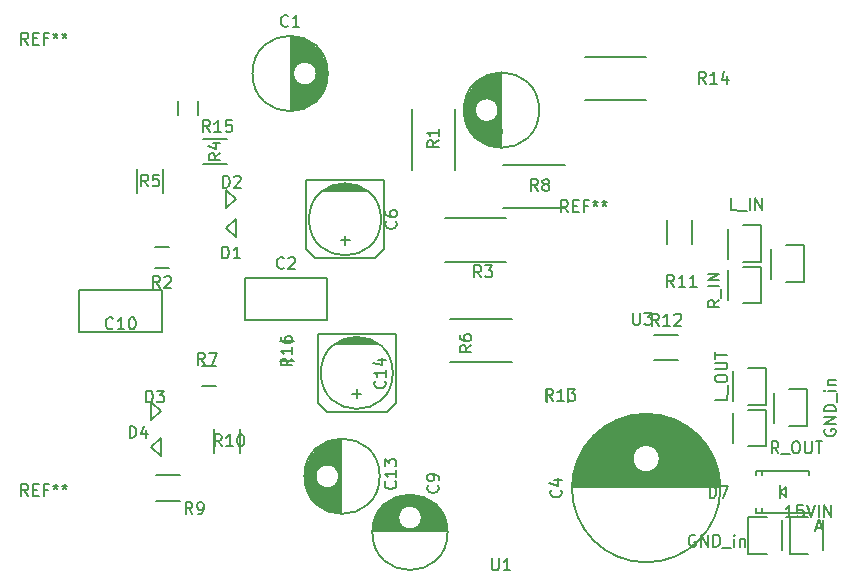
<source format=gto>
G04 #@! TF.FileFunction,Legend,Top*
%FSLAX46Y46*%
G04 Gerber Fmt 4.6, Leading zero omitted, Abs format (unit mm)*
G04 Created by KiCad (PCBNEW (2015-04-22 BZR 5620)-product) date 07/05/2015 20:47:48*
%MOMM*%
G01*
G04 APERTURE LIST*
%ADD10C,0.100000*%
%ADD11C,0.150000*%
G04 APERTURE END LIST*
D10*
D11*
X140250000Y-112425000D02*
X152750000Y-112425000D01*
X140254000Y-112285000D02*
X152746000Y-112285000D01*
X140260000Y-112145000D02*
X152740000Y-112145000D01*
X140270000Y-112005000D02*
X152730000Y-112005000D01*
X140282000Y-111865000D02*
X152718000Y-111865000D01*
X140298000Y-111725000D02*
X152702000Y-111725000D01*
X140317000Y-111585000D02*
X152683000Y-111585000D01*
X140340000Y-111445000D02*
X152660000Y-111445000D01*
X140365000Y-111305000D02*
X152635000Y-111305000D01*
X140394000Y-111165000D02*
X152606000Y-111165000D01*
X140427000Y-111025000D02*
X145979000Y-111025000D01*
X147021000Y-111025000D02*
X152573000Y-111025000D01*
X140462000Y-110885000D02*
X145766000Y-110885000D01*
X147234000Y-110885000D02*
X152538000Y-110885000D01*
X140501000Y-110745000D02*
X145624000Y-110745000D01*
X147376000Y-110745000D02*
X152499000Y-110745000D01*
X140544000Y-110605000D02*
X145522000Y-110605000D01*
X147478000Y-110605000D02*
X152456000Y-110605000D01*
X140591000Y-110465000D02*
X145448000Y-110465000D01*
X147552000Y-110465000D02*
X152409000Y-110465000D01*
X140641000Y-110325000D02*
X145397000Y-110325000D01*
X147603000Y-110325000D02*
X152359000Y-110325000D01*
X140695000Y-110185000D02*
X145365000Y-110185000D01*
X147635000Y-110185000D02*
X152305000Y-110185000D01*
X140752000Y-110045000D02*
X145351000Y-110045000D01*
X147649000Y-110045000D02*
X152248000Y-110045000D01*
X140814000Y-109905000D02*
X145354000Y-109905000D01*
X147646000Y-109905000D02*
X152186000Y-109905000D01*
X140880000Y-109765000D02*
X145374000Y-109765000D01*
X147626000Y-109765000D02*
X152120000Y-109765000D01*
X140951000Y-109625000D02*
X145413000Y-109625000D01*
X147587000Y-109625000D02*
X152049000Y-109625000D01*
X141025000Y-109485000D02*
X145472000Y-109485000D01*
X147528000Y-109485000D02*
X151975000Y-109485000D01*
X141105000Y-109345000D02*
X145555000Y-109345000D01*
X147445000Y-109345000D02*
X151895000Y-109345000D01*
X141189000Y-109205000D02*
X145669000Y-109205000D01*
X147331000Y-109205000D02*
X151811000Y-109205000D01*
X141279000Y-109065000D02*
X145830000Y-109065000D01*
X147170000Y-109065000D02*
X151721000Y-109065000D01*
X141373000Y-108925000D02*
X146091000Y-108925000D01*
X146909000Y-108925000D02*
X151627000Y-108925000D01*
X141474000Y-108785000D02*
X151526000Y-108785000D01*
X141581000Y-108645000D02*
X151419000Y-108645000D01*
X141693000Y-108505000D02*
X151307000Y-108505000D01*
X141813000Y-108365000D02*
X151187000Y-108365000D01*
X141941000Y-108225000D02*
X151059000Y-108225000D01*
X142076000Y-108085000D02*
X150924000Y-108085000D01*
X142220000Y-107945000D02*
X150780000Y-107945000D01*
X142375000Y-107805000D02*
X150625000Y-107805000D01*
X142540000Y-107665000D02*
X150460000Y-107665000D01*
X142717000Y-107525000D02*
X150283000Y-107525000D01*
X142908000Y-107385000D02*
X150092000Y-107385000D01*
X143117000Y-107245000D02*
X149883000Y-107245000D01*
X143345000Y-107105000D02*
X149655000Y-107105000D01*
X143597000Y-106965000D02*
X149403000Y-106965000D01*
X143881000Y-106825000D02*
X149119000Y-106825000D01*
X144209000Y-106685000D02*
X148791000Y-106685000D01*
X144603000Y-106545000D02*
X148397000Y-106545000D01*
X145117000Y-106405000D02*
X147883000Y-106405000D01*
X146067000Y-106265000D02*
X146933000Y-106265000D01*
X147650000Y-110000000D02*
G75*
G03X147650000Y-110000000I-1150000J0D01*
G01*
X152787500Y-112500000D02*
G75*
G03X152787500Y-112500000I-6287500J0D01*
G01*
X156650000Y-105450000D02*
X155100000Y-105450000D01*
X155100000Y-102350000D02*
X156650000Y-102350000D01*
X156650000Y-102350000D02*
X156650000Y-105450000D01*
X153830000Y-102630000D02*
X153830000Y-105170000D01*
X129450000Y-89675000D02*
X134650000Y-89675000D01*
X134650000Y-93325000D02*
X129450000Y-93325000D01*
X126675000Y-85600000D02*
X126675000Y-80400000D01*
X130325000Y-80400000D02*
X130325000Y-85600000D01*
X134400000Y-85175000D02*
X139600000Y-85175000D01*
X139600000Y-88825000D02*
X134400000Y-88825000D01*
X156650000Y-108950000D02*
X155100000Y-108950000D01*
X155100000Y-105850000D02*
X156650000Y-105850000D01*
X156650000Y-105850000D02*
X156650000Y-108950000D01*
X153830000Y-106130000D02*
X153830000Y-108670000D01*
X155150000Y-114950000D02*
X156700000Y-114950000D01*
X156700000Y-118050000D02*
X155150000Y-118050000D01*
X155150000Y-118050000D02*
X155150000Y-114950000D01*
X157970000Y-117770000D02*
X157970000Y-115230000D01*
X160150000Y-107250000D02*
X158600000Y-107250000D01*
X158600000Y-104150000D02*
X160150000Y-104150000D01*
X160150000Y-104150000D02*
X160150000Y-107250000D01*
X157330000Y-104430000D02*
X157330000Y-106970000D01*
X159850000Y-95050000D02*
X158300000Y-95050000D01*
X158300000Y-91950000D02*
X159850000Y-91950000D01*
X159850000Y-91950000D02*
X159850000Y-95050000D01*
X157030000Y-92230000D02*
X157030000Y-94770000D01*
X158670000Y-114940000D02*
X160220000Y-114940000D01*
X160220000Y-118040000D02*
X158670000Y-118040000D01*
X158670000Y-118040000D02*
X158670000Y-114940000D01*
X161490000Y-117760000D02*
X161490000Y-115220000D01*
X156250000Y-96850000D02*
X154700000Y-96850000D01*
X154700000Y-93750000D02*
X156250000Y-93750000D01*
X156250000Y-93750000D02*
X156250000Y-96850000D01*
X153430000Y-94030000D02*
X153430000Y-96570000D01*
X156250000Y-93350000D02*
X154700000Y-93350000D01*
X154700000Y-90250000D02*
X156250000Y-90250000D01*
X156250000Y-90250000D02*
X156250000Y-93350000D01*
X153430000Y-90530000D02*
X153430000Y-93070000D01*
X129900000Y-98175000D02*
X135100000Y-98175000D01*
X135100000Y-101825000D02*
X129900000Y-101825000D01*
X123351000Y-116175000D02*
X129649000Y-116175000D01*
X123357000Y-116035000D02*
X129643000Y-116035000D01*
X123370000Y-115895000D02*
X126054000Y-115895000D01*
X126946000Y-115895000D02*
X129630000Y-115895000D01*
X123389000Y-115755000D02*
X125844000Y-115755000D01*
X127156000Y-115755000D02*
X129611000Y-115755000D01*
X123415000Y-115615000D02*
X125711000Y-115615000D01*
X127289000Y-115615000D02*
X129585000Y-115615000D01*
X123447000Y-115475000D02*
X125620000Y-115475000D01*
X127380000Y-115475000D02*
X129553000Y-115475000D01*
X123486000Y-115335000D02*
X125558000Y-115335000D01*
X127442000Y-115335000D02*
X129514000Y-115335000D01*
X123532000Y-115195000D02*
X125519000Y-115195000D01*
X127481000Y-115195000D02*
X129468000Y-115195000D01*
X123585000Y-115055000D02*
X125502000Y-115055000D01*
X127498000Y-115055000D02*
X129415000Y-115055000D01*
X123647000Y-114915000D02*
X125504000Y-114915000D01*
X127496000Y-114915000D02*
X129353000Y-114915000D01*
X123717000Y-114775000D02*
X125526000Y-114775000D01*
X127474000Y-114775000D02*
X129283000Y-114775000D01*
X123796000Y-114635000D02*
X125569000Y-114635000D01*
X127431000Y-114635000D02*
X129204000Y-114635000D01*
X123884000Y-114495000D02*
X125637000Y-114495000D01*
X127363000Y-114495000D02*
X129116000Y-114495000D01*
X123984000Y-114355000D02*
X125736000Y-114355000D01*
X127264000Y-114355000D02*
X129016000Y-114355000D01*
X124096000Y-114215000D02*
X125881000Y-114215000D01*
X127119000Y-114215000D02*
X128904000Y-114215000D01*
X124221000Y-114075000D02*
X126120000Y-114075000D01*
X126880000Y-114075000D02*
X128779000Y-114075000D01*
X124364000Y-113935000D02*
X128636000Y-113935000D01*
X124526000Y-113795000D02*
X128474000Y-113795000D01*
X124714000Y-113655000D02*
X128286000Y-113655000D01*
X124937000Y-113515000D02*
X128063000Y-113515000D01*
X125213000Y-113375000D02*
X127787000Y-113375000D01*
X125588000Y-113235000D02*
X127412000Y-113235000D01*
X127500000Y-115000000D02*
G75*
G03X127500000Y-115000000I-1000000J0D01*
G01*
X129687500Y-116250000D02*
G75*
G03X129687500Y-116250000I-3187500J0D01*
G01*
X105000000Y-111425000D02*
X107000000Y-111425000D01*
X107000000Y-113575000D02*
X105000000Y-113575000D01*
X112075000Y-107500000D02*
X112075000Y-109500000D01*
X109925000Y-109500000D02*
X109925000Y-107500000D01*
X112500000Y-94750000D02*
X119500000Y-94750000D01*
X119500000Y-94750000D02*
X119500000Y-98250000D01*
X119500000Y-98250000D02*
X112500000Y-98250000D01*
X112500000Y-98250000D02*
X112500000Y-94750000D01*
X104900000Y-92125000D02*
X106100000Y-92125000D01*
X106100000Y-93875000D02*
X104900000Y-93875000D01*
X105500000Y-99250000D02*
X98500000Y-99250000D01*
X98500000Y-99250000D02*
X98500000Y-95750000D01*
X98500000Y-95750000D02*
X105500000Y-95750000D01*
X105500000Y-95750000D02*
X105500000Y-99250000D01*
X110100000Y-103875000D02*
X108900000Y-103875000D01*
X108900000Y-102125000D02*
X110100000Y-102125000D01*
X103425000Y-87500000D02*
X103425000Y-85500000D01*
X105575000Y-85500000D02*
X105575000Y-87500000D01*
X116425000Y-74251000D02*
X116425000Y-80549000D01*
X116565000Y-74257000D02*
X116565000Y-80543000D01*
X116705000Y-74270000D02*
X116705000Y-76954000D01*
X116705000Y-77846000D02*
X116705000Y-80530000D01*
X116845000Y-74289000D02*
X116845000Y-76744000D01*
X116845000Y-78056000D02*
X116845000Y-80511000D01*
X116985000Y-74315000D02*
X116985000Y-76611000D01*
X116985000Y-78189000D02*
X116985000Y-80485000D01*
X117125000Y-74347000D02*
X117125000Y-76520000D01*
X117125000Y-78280000D02*
X117125000Y-80453000D01*
X117265000Y-74386000D02*
X117265000Y-76458000D01*
X117265000Y-78342000D02*
X117265000Y-80414000D01*
X117405000Y-74432000D02*
X117405000Y-76419000D01*
X117405000Y-78381000D02*
X117405000Y-80368000D01*
X117545000Y-74485000D02*
X117545000Y-76402000D01*
X117545000Y-78398000D02*
X117545000Y-80315000D01*
X117685000Y-74547000D02*
X117685000Y-76404000D01*
X117685000Y-78396000D02*
X117685000Y-80253000D01*
X117825000Y-74617000D02*
X117825000Y-76426000D01*
X117825000Y-78374000D02*
X117825000Y-80183000D01*
X117965000Y-74696000D02*
X117965000Y-76469000D01*
X117965000Y-78331000D02*
X117965000Y-80104000D01*
X118105000Y-74784000D02*
X118105000Y-76537000D01*
X118105000Y-78263000D02*
X118105000Y-80016000D01*
X118245000Y-74884000D02*
X118245000Y-76636000D01*
X118245000Y-78164000D02*
X118245000Y-79916000D01*
X118385000Y-74996000D02*
X118385000Y-76781000D01*
X118385000Y-78019000D02*
X118385000Y-79804000D01*
X118525000Y-75121000D02*
X118525000Y-77020000D01*
X118525000Y-77780000D02*
X118525000Y-79679000D01*
X118665000Y-75264000D02*
X118665000Y-79536000D01*
X118805000Y-75426000D02*
X118805000Y-79374000D01*
X118945000Y-75614000D02*
X118945000Y-79186000D01*
X119085000Y-75837000D02*
X119085000Y-78963000D01*
X119225000Y-76113000D02*
X119225000Y-78687000D01*
X119365000Y-76488000D02*
X119365000Y-78312000D01*
X118600000Y-77400000D02*
G75*
G03X118600000Y-77400000I-1000000J0D01*
G01*
X119537500Y-77400000D02*
G75*
G03X119537500Y-77400000I-3187500J0D01*
G01*
X111000000Y-85075000D02*
X109000000Y-85075000D01*
X109000000Y-82925000D02*
X111000000Y-82925000D01*
X134175000Y-83649000D02*
X134175000Y-77351000D01*
X134035000Y-83643000D02*
X134035000Y-77357000D01*
X133895000Y-83630000D02*
X133895000Y-80946000D01*
X133895000Y-80054000D02*
X133895000Y-77370000D01*
X133755000Y-83611000D02*
X133755000Y-81156000D01*
X133755000Y-79844000D02*
X133755000Y-77389000D01*
X133615000Y-83585000D02*
X133615000Y-81289000D01*
X133615000Y-79711000D02*
X133615000Y-77415000D01*
X133475000Y-83553000D02*
X133475000Y-81380000D01*
X133475000Y-79620000D02*
X133475000Y-77447000D01*
X133335000Y-83514000D02*
X133335000Y-81442000D01*
X133335000Y-79558000D02*
X133335000Y-77486000D01*
X133195000Y-83468000D02*
X133195000Y-81481000D01*
X133195000Y-79519000D02*
X133195000Y-77532000D01*
X133055000Y-83415000D02*
X133055000Y-81498000D01*
X133055000Y-79502000D02*
X133055000Y-77585000D01*
X132915000Y-83353000D02*
X132915000Y-81496000D01*
X132915000Y-79504000D02*
X132915000Y-77647000D01*
X132775000Y-83283000D02*
X132775000Y-81474000D01*
X132775000Y-79526000D02*
X132775000Y-77717000D01*
X132635000Y-83204000D02*
X132635000Y-81431000D01*
X132635000Y-79569000D02*
X132635000Y-77796000D01*
X132495000Y-83116000D02*
X132495000Y-81363000D01*
X132495000Y-79637000D02*
X132495000Y-77884000D01*
X132355000Y-83016000D02*
X132355000Y-81264000D01*
X132355000Y-79736000D02*
X132355000Y-77984000D01*
X132215000Y-82904000D02*
X132215000Y-81119000D01*
X132215000Y-79881000D02*
X132215000Y-78096000D01*
X132075000Y-82779000D02*
X132075000Y-80880000D01*
X132075000Y-80120000D02*
X132075000Y-78221000D01*
X131935000Y-82636000D02*
X131935000Y-78364000D01*
X131795000Y-82474000D02*
X131795000Y-78526000D01*
X131655000Y-82286000D02*
X131655000Y-78714000D01*
X131515000Y-82063000D02*
X131515000Y-78937000D01*
X131375000Y-81787000D02*
X131375000Y-79213000D01*
X131235000Y-81412000D02*
X131235000Y-79588000D01*
X134000000Y-80500000D02*
G75*
G03X134000000Y-80500000I-1000000J0D01*
G01*
X137437500Y-80500000D02*
G75*
G03X137437500Y-80500000I-3187500J0D01*
G01*
X120675000Y-114649000D02*
X120675000Y-108351000D01*
X120535000Y-114643000D02*
X120535000Y-108357000D01*
X120395000Y-114630000D02*
X120395000Y-111946000D01*
X120395000Y-111054000D02*
X120395000Y-108370000D01*
X120255000Y-114611000D02*
X120255000Y-112156000D01*
X120255000Y-110844000D02*
X120255000Y-108389000D01*
X120115000Y-114585000D02*
X120115000Y-112289000D01*
X120115000Y-110711000D02*
X120115000Y-108415000D01*
X119975000Y-114553000D02*
X119975000Y-112380000D01*
X119975000Y-110620000D02*
X119975000Y-108447000D01*
X119835000Y-114514000D02*
X119835000Y-112442000D01*
X119835000Y-110558000D02*
X119835000Y-108486000D01*
X119695000Y-114468000D02*
X119695000Y-112481000D01*
X119695000Y-110519000D02*
X119695000Y-108532000D01*
X119555000Y-114415000D02*
X119555000Y-112498000D01*
X119555000Y-110502000D02*
X119555000Y-108585000D01*
X119415000Y-114353000D02*
X119415000Y-112496000D01*
X119415000Y-110504000D02*
X119415000Y-108647000D01*
X119275000Y-114283000D02*
X119275000Y-112474000D01*
X119275000Y-110526000D02*
X119275000Y-108717000D01*
X119135000Y-114204000D02*
X119135000Y-112431000D01*
X119135000Y-110569000D02*
X119135000Y-108796000D01*
X118995000Y-114116000D02*
X118995000Y-112363000D01*
X118995000Y-110637000D02*
X118995000Y-108884000D01*
X118855000Y-114016000D02*
X118855000Y-112264000D01*
X118855000Y-110736000D02*
X118855000Y-108984000D01*
X118715000Y-113904000D02*
X118715000Y-112119000D01*
X118715000Y-110881000D02*
X118715000Y-109096000D01*
X118575000Y-113779000D02*
X118575000Y-111880000D01*
X118575000Y-111120000D02*
X118575000Y-109221000D01*
X118435000Y-113636000D02*
X118435000Y-109364000D01*
X118295000Y-113474000D02*
X118295000Y-109526000D01*
X118155000Y-113286000D02*
X118155000Y-109714000D01*
X118015000Y-113063000D02*
X118015000Y-109937000D01*
X117875000Y-112787000D02*
X117875000Y-110213000D01*
X117735000Y-112412000D02*
X117735000Y-110588000D01*
X120500000Y-111500000D02*
G75*
G03X120500000Y-111500000I-1000000J0D01*
G01*
X123937500Y-111500000D02*
G75*
G03X123937500Y-111500000I-3187500J0D01*
G01*
X121762000Y-86828180D02*
X120238000Y-86828180D01*
X119857000Y-86955180D02*
X122143000Y-86955180D01*
X122397000Y-87082180D02*
X119603000Y-87082180D01*
X119349000Y-87209180D02*
X122651000Y-87209180D01*
X122778000Y-87336180D02*
X119222000Y-87336180D01*
X124048000Y-89749180D02*
G75*
G03X124048000Y-89749180I-3048000J0D01*
G01*
X124302000Y-86447180D02*
X117698000Y-86447180D01*
X117698000Y-86447180D02*
X117698000Y-92289180D01*
X117698000Y-92289180D02*
X118460000Y-93051180D01*
X118460000Y-93051180D02*
X123540000Y-93051180D01*
X123540000Y-93051180D02*
X124302000Y-92289180D01*
X124302000Y-92289180D02*
X124302000Y-86447180D01*
X121000000Y-91908180D02*
X121000000Y-91146180D01*
X121381000Y-91527180D02*
X120619000Y-91527180D01*
X122762000Y-99828180D02*
X121238000Y-99828180D01*
X120857000Y-99955180D02*
X123143000Y-99955180D01*
X123397000Y-100082180D02*
X120603000Y-100082180D01*
X120349000Y-100209180D02*
X123651000Y-100209180D01*
X123778000Y-100336180D02*
X120222000Y-100336180D01*
X125048000Y-102749180D02*
G75*
G03X125048000Y-102749180I-3048000J0D01*
G01*
X125302000Y-99447180D02*
X118698000Y-99447180D01*
X118698000Y-99447180D02*
X118698000Y-105289180D01*
X118698000Y-105289180D02*
X119460000Y-106051180D01*
X119460000Y-106051180D02*
X124540000Y-106051180D01*
X124540000Y-106051180D02*
X125302000Y-105289180D01*
X125302000Y-105289180D02*
X125302000Y-99447180D01*
X122000000Y-104908180D02*
X122000000Y-104146180D01*
X122381000Y-104527180D02*
X121619000Y-104527180D01*
X111800000Y-91250000D02*
X111800000Y-89750000D01*
X111800000Y-89750000D02*
X110900000Y-90500000D01*
X110900000Y-90500000D02*
X111750000Y-91250000D01*
X110900000Y-87250000D02*
X110900000Y-88750000D01*
X110900000Y-88750000D02*
X111800000Y-88000000D01*
X111800000Y-88000000D02*
X110950000Y-87250000D01*
X104550000Y-105250000D02*
X104550000Y-106750000D01*
X104550000Y-106750000D02*
X105450000Y-106000000D01*
X105450000Y-106000000D02*
X104600000Y-105250000D01*
X105450000Y-109750000D02*
X105450000Y-108250000D01*
X105450000Y-108250000D02*
X104550000Y-109000000D01*
X104550000Y-109000000D02*
X105400000Y-109750000D01*
X148225000Y-91800000D02*
X148225000Y-89800000D01*
X150375000Y-89800000D02*
X150375000Y-91800000D01*
X149200000Y-101675000D02*
X147200000Y-101675000D01*
X147200000Y-99525000D02*
X149200000Y-99525000D01*
X139875000Y-104050000D02*
X139875000Y-105250000D01*
X138125000Y-105250000D02*
X138125000Y-104050000D01*
X141300000Y-75975000D02*
X146500000Y-75975000D01*
X146500000Y-79625000D02*
X141300000Y-79625000D01*
X106825000Y-80900000D02*
X106825000Y-79700000D01*
X108575000Y-79700000D02*
X108575000Y-80900000D01*
X116700000Y-101775000D02*
X115500000Y-101775000D01*
X115500000Y-100025000D02*
X116700000Y-100025000D01*
X157820640Y-112830000D02*
X158370640Y-112380000D01*
X158370640Y-112380000D02*
X158370640Y-113280000D01*
X158370640Y-113280000D02*
X157820640Y-112830000D01*
X157820640Y-112280000D02*
X157820640Y-113380000D01*
X156271500Y-114580060D02*
X156271500Y-114229540D01*
X156271500Y-111079940D02*
X156271500Y-111430460D01*
X160321080Y-114580060D02*
X160321080Y-114229540D01*
X155820200Y-114580060D02*
X155820200Y-114229540D01*
X155820200Y-111079940D02*
X155820200Y-111430460D01*
X160321080Y-111079940D02*
X160321080Y-111430460D01*
X155820200Y-114580060D02*
X160321080Y-114580060D01*
X155820200Y-111079940D02*
X160321080Y-111079940D01*
X94166667Y-113151881D02*
X93833333Y-112675690D01*
X93595238Y-113151881D02*
X93595238Y-112151881D01*
X93976191Y-112151881D01*
X94071429Y-112199500D01*
X94119048Y-112247119D01*
X94166667Y-112342357D01*
X94166667Y-112485214D01*
X94119048Y-112580452D01*
X94071429Y-112628071D01*
X93976191Y-112675690D01*
X93595238Y-112675690D01*
X94595238Y-112628071D02*
X94928572Y-112628071D01*
X95071429Y-113151881D02*
X94595238Y-113151881D01*
X94595238Y-112151881D01*
X95071429Y-112151881D01*
X95833334Y-112628071D02*
X95500000Y-112628071D01*
X95500000Y-113151881D02*
X95500000Y-112151881D01*
X95976191Y-112151881D01*
X96500000Y-112151881D02*
X96500000Y-112389976D01*
X96261905Y-112294738D02*
X96500000Y-112389976D01*
X96738096Y-112294738D01*
X96357143Y-112580452D02*
X96500000Y-112389976D01*
X96642858Y-112580452D01*
X97261905Y-112151881D02*
X97261905Y-112389976D01*
X97023810Y-112294738D02*
X97261905Y-112389976D01*
X97500001Y-112294738D01*
X97119048Y-112580452D02*
X97261905Y-112389976D01*
X97404763Y-112580452D01*
X94166667Y-74951881D02*
X93833333Y-74475690D01*
X93595238Y-74951881D02*
X93595238Y-73951881D01*
X93976191Y-73951881D01*
X94071429Y-73999500D01*
X94119048Y-74047119D01*
X94166667Y-74142357D01*
X94166667Y-74285214D01*
X94119048Y-74380452D01*
X94071429Y-74428071D01*
X93976191Y-74475690D01*
X93595238Y-74475690D01*
X94595238Y-74428071D02*
X94928572Y-74428071D01*
X95071429Y-74951881D02*
X94595238Y-74951881D01*
X94595238Y-73951881D01*
X95071429Y-73951881D01*
X95833334Y-74428071D02*
X95500000Y-74428071D01*
X95500000Y-74951881D02*
X95500000Y-73951881D01*
X95976191Y-73951881D01*
X96500000Y-73951881D02*
X96500000Y-74189976D01*
X96261905Y-74094738D02*
X96500000Y-74189976D01*
X96738096Y-74094738D01*
X96357143Y-74380452D02*
X96500000Y-74189976D01*
X96642858Y-74380452D01*
X97261905Y-73951881D02*
X97261905Y-74189976D01*
X97023810Y-74094738D02*
X97261905Y-74189976D01*
X97500001Y-74094738D01*
X97119048Y-74380452D02*
X97261905Y-74189976D01*
X97404763Y-74380452D01*
X139257143Y-112666666D02*
X139304762Y-112714285D01*
X139352381Y-112857142D01*
X139352381Y-112952380D01*
X139304762Y-113095238D01*
X139209524Y-113190476D01*
X139114286Y-113238095D01*
X138923810Y-113285714D01*
X138780952Y-113285714D01*
X138590476Y-113238095D01*
X138495238Y-113190476D01*
X138400000Y-113095238D01*
X138352381Y-112952380D01*
X138352381Y-112857142D01*
X138400000Y-112714285D01*
X138447619Y-112666666D01*
X138685714Y-111809523D02*
X139352381Y-111809523D01*
X138304762Y-112047619D02*
X139019048Y-112285714D01*
X139019048Y-111666666D01*
X153352381Y-104600000D02*
X153352381Y-105076191D01*
X152352381Y-105076191D01*
X153447619Y-104504762D02*
X153447619Y-103742857D01*
X152352381Y-103314286D02*
X152352381Y-103123809D01*
X152400000Y-103028571D01*
X152495238Y-102933333D01*
X152685714Y-102885714D01*
X153019048Y-102885714D01*
X153209524Y-102933333D01*
X153304762Y-103028571D01*
X153352381Y-103123809D01*
X153352381Y-103314286D01*
X153304762Y-103409524D01*
X153209524Y-103504762D01*
X153019048Y-103552381D01*
X152685714Y-103552381D01*
X152495238Y-103504762D01*
X152400000Y-103409524D01*
X152352381Y-103314286D01*
X152352381Y-102457143D02*
X153161905Y-102457143D01*
X153257143Y-102409524D01*
X153304762Y-102361905D01*
X153352381Y-102266667D01*
X153352381Y-102076190D01*
X153304762Y-101980952D01*
X153257143Y-101933333D01*
X153161905Y-101885714D01*
X152352381Y-101885714D01*
X152352381Y-101552381D02*
X152352381Y-100980952D01*
X153352381Y-101266667D02*
X152352381Y-101266667D01*
X132533334Y-94652381D02*
X132200000Y-94176190D01*
X131961905Y-94652381D02*
X131961905Y-93652381D01*
X132342858Y-93652381D01*
X132438096Y-93700000D01*
X132485715Y-93747619D01*
X132533334Y-93842857D01*
X132533334Y-93985714D01*
X132485715Y-94080952D01*
X132438096Y-94128571D01*
X132342858Y-94176190D01*
X131961905Y-94176190D01*
X132866667Y-93652381D02*
X133485715Y-93652381D01*
X133152381Y-94033333D01*
X133295239Y-94033333D01*
X133390477Y-94080952D01*
X133438096Y-94128571D01*
X133485715Y-94223810D01*
X133485715Y-94461905D01*
X133438096Y-94557143D01*
X133390477Y-94604762D01*
X133295239Y-94652381D01*
X133009524Y-94652381D01*
X132914286Y-94604762D01*
X132866667Y-94557143D01*
X128952381Y-83066666D02*
X128476190Y-83400000D01*
X128952381Y-83638095D02*
X127952381Y-83638095D01*
X127952381Y-83257142D01*
X128000000Y-83161904D01*
X128047619Y-83114285D01*
X128142857Y-83066666D01*
X128285714Y-83066666D01*
X128380952Y-83114285D01*
X128428571Y-83161904D01*
X128476190Y-83257142D01*
X128476190Y-83638095D01*
X128952381Y-82114285D02*
X128952381Y-82685714D01*
X128952381Y-82400000D02*
X127952381Y-82400000D01*
X128095238Y-82495238D01*
X128190476Y-82590476D01*
X128238095Y-82685714D01*
X137333334Y-87352381D02*
X137000000Y-86876190D01*
X136761905Y-87352381D02*
X136761905Y-86352381D01*
X137142858Y-86352381D01*
X137238096Y-86400000D01*
X137285715Y-86447619D01*
X137333334Y-86542857D01*
X137333334Y-86685714D01*
X137285715Y-86780952D01*
X137238096Y-86828571D01*
X137142858Y-86876190D01*
X136761905Y-86876190D01*
X137904762Y-86780952D02*
X137809524Y-86733333D01*
X137761905Y-86685714D01*
X137714286Y-86590476D01*
X137714286Y-86542857D01*
X137761905Y-86447619D01*
X137809524Y-86400000D01*
X137904762Y-86352381D01*
X138095239Y-86352381D01*
X138190477Y-86400000D01*
X138238096Y-86447619D01*
X138285715Y-86542857D01*
X138285715Y-86590476D01*
X138238096Y-86685714D01*
X138190477Y-86733333D01*
X138095239Y-86780952D01*
X137904762Y-86780952D01*
X137809524Y-86828571D01*
X137761905Y-86876190D01*
X137714286Y-86971429D01*
X137714286Y-87161905D01*
X137761905Y-87257143D01*
X137809524Y-87304762D01*
X137904762Y-87352381D01*
X138095239Y-87352381D01*
X138190477Y-87304762D01*
X138238096Y-87257143D01*
X138285715Y-87161905D01*
X138285715Y-86971429D01*
X138238096Y-86876190D01*
X138190477Y-86828571D01*
X138095239Y-86780952D01*
X157700000Y-109552381D02*
X157366666Y-109076190D01*
X157128571Y-109552381D02*
X157128571Y-108552381D01*
X157509524Y-108552381D01*
X157604762Y-108600000D01*
X157652381Y-108647619D01*
X157700000Y-108742857D01*
X157700000Y-108885714D01*
X157652381Y-108980952D01*
X157604762Y-109028571D01*
X157509524Y-109076190D01*
X157128571Y-109076190D01*
X157890476Y-109647619D02*
X158652381Y-109647619D01*
X159080952Y-108552381D02*
X159271429Y-108552381D01*
X159366667Y-108600000D01*
X159461905Y-108695238D01*
X159509524Y-108885714D01*
X159509524Y-109219048D01*
X159461905Y-109409524D01*
X159366667Y-109504762D01*
X159271429Y-109552381D01*
X159080952Y-109552381D01*
X158985714Y-109504762D01*
X158890476Y-109409524D01*
X158842857Y-109219048D01*
X158842857Y-108885714D01*
X158890476Y-108695238D01*
X158985714Y-108600000D01*
X159080952Y-108552381D01*
X159938095Y-108552381D02*
X159938095Y-109361905D01*
X159985714Y-109457143D01*
X160033333Y-109504762D01*
X160128571Y-109552381D01*
X160319048Y-109552381D01*
X160414286Y-109504762D01*
X160461905Y-109457143D01*
X160509524Y-109361905D01*
X160509524Y-108552381D01*
X160842857Y-108552381D02*
X161414286Y-108552381D01*
X161128571Y-109552381D02*
X161128571Y-108552381D01*
X150666667Y-116500000D02*
X150571429Y-116452381D01*
X150428572Y-116452381D01*
X150285714Y-116500000D01*
X150190476Y-116595238D01*
X150142857Y-116690476D01*
X150095238Y-116880952D01*
X150095238Y-117023810D01*
X150142857Y-117214286D01*
X150190476Y-117309524D01*
X150285714Y-117404762D01*
X150428572Y-117452381D01*
X150523810Y-117452381D01*
X150666667Y-117404762D01*
X150714286Y-117357143D01*
X150714286Y-117023810D01*
X150523810Y-117023810D01*
X151142857Y-117452381D02*
X151142857Y-116452381D01*
X151714286Y-117452381D01*
X151714286Y-116452381D01*
X152190476Y-117452381D02*
X152190476Y-116452381D01*
X152428571Y-116452381D01*
X152571429Y-116500000D01*
X152666667Y-116595238D01*
X152714286Y-116690476D01*
X152761905Y-116880952D01*
X152761905Y-117023810D01*
X152714286Y-117214286D01*
X152666667Y-117309524D01*
X152571429Y-117404762D01*
X152428571Y-117452381D01*
X152190476Y-117452381D01*
X152952381Y-117547619D02*
X153714286Y-117547619D01*
X153952381Y-117452381D02*
X153952381Y-116785714D01*
X153952381Y-116452381D02*
X153904762Y-116500000D01*
X153952381Y-116547619D01*
X154000000Y-116500000D01*
X153952381Y-116452381D01*
X153952381Y-116547619D01*
X154428571Y-116785714D02*
X154428571Y-117452381D01*
X154428571Y-116880952D02*
X154476190Y-116833333D01*
X154571428Y-116785714D01*
X154714286Y-116785714D01*
X154809524Y-116833333D01*
X154857143Y-116928571D01*
X154857143Y-117452381D01*
X161600000Y-107533333D02*
X161552381Y-107628571D01*
X161552381Y-107771428D01*
X161600000Y-107914286D01*
X161695238Y-108009524D01*
X161790476Y-108057143D01*
X161980952Y-108104762D01*
X162123810Y-108104762D01*
X162314286Y-108057143D01*
X162409524Y-108009524D01*
X162504762Y-107914286D01*
X162552381Y-107771428D01*
X162552381Y-107676190D01*
X162504762Y-107533333D01*
X162457143Y-107485714D01*
X162123810Y-107485714D01*
X162123810Y-107676190D01*
X162552381Y-107057143D02*
X161552381Y-107057143D01*
X162552381Y-106485714D01*
X161552381Y-106485714D01*
X162552381Y-106009524D02*
X161552381Y-106009524D01*
X161552381Y-105771429D01*
X161600000Y-105628571D01*
X161695238Y-105533333D01*
X161790476Y-105485714D01*
X161980952Y-105438095D01*
X162123810Y-105438095D01*
X162314286Y-105485714D01*
X162409524Y-105533333D01*
X162504762Y-105628571D01*
X162552381Y-105771429D01*
X162552381Y-106009524D01*
X162647619Y-105247619D02*
X162647619Y-104485714D01*
X162552381Y-104247619D02*
X161885714Y-104247619D01*
X161552381Y-104247619D02*
X161600000Y-104295238D01*
X161647619Y-104247619D01*
X161600000Y-104200000D01*
X161552381Y-104247619D01*
X161647619Y-104247619D01*
X161885714Y-103771429D02*
X162552381Y-103771429D01*
X161980952Y-103771429D02*
X161933333Y-103723810D01*
X161885714Y-103628572D01*
X161885714Y-103485714D01*
X161933333Y-103390476D01*
X162028571Y-103342857D01*
X162552381Y-103342857D01*
X158869048Y-114952381D02*
X158297619Y-114952381D01*
X158583333Y-114952381D02*
X158583333Y-113952381D01*
X158488095Y-114095238D01*
X158392857Y-114190476D01*
X158297619Y-114238095D01*
X159773810Y-113952381D02*
X159297619Y-113952381D01*
X159250000Y-114428571D01*
X159297619Y-114380952D01*
X159392857Y-114333333D01*
X159630953Y-114333333D01*
X159726191Y-114380952D01*
X159773810Y-114428571D01*
X159821429Y-114523810D01*
X159821429Y-114761905D01*
X159773810Y-114857143D01*
X159726191Y-114904762D01*
X159630953Y-114952381D01*
X159392857Y-114952381D01*
X159297619Y-114904762D01*
X159250000Y-114857143D01*
X160107143Y-113952381D02*
X160440476Y-114952381D01*
X160773810Y-113952381D01*
X161107143Y-114952381D02*
X161107143Y-113952381D01*
X161583333Y-114952381D02*
X161583333Y-113952381D01*
X162154762Y-114952381D01*
X162154762Y-113952381D01*
X152702381Y-96583333D02*
X152226190Y-96916667D01*
X152702381Y-97154762D02*
X151702381Y-97154762D01*
X151702381Y-96773809D01*
X151750000Y-96678571D01*
X151797619Y-96630952D01*
X151892857Y-96583333D01*
X152035714Y-96583333D01*
X152130952Y-96630952D01*
X152178571Y-96678571D01*
X152226190Y-96773809D01*
X152226190Y-97154762D01*
X152797619Y-96392857D02*
X152797619Y-95630952D01*
X152702381Y-95392857D02*
X151702381Y-95392857D01*
X152702381Y-94916667D02*
X151702381Y-94916667D01*
X152702381Y-94345238D01*
X151702381Y-94345238D01*
X154166667Y-88952381D02*
X153690476Y-88952381D01*
X153690476Y-87952381D01*
X154261905Y-89047619D02*
X155023810Y-89047619D01*
X155261905Y-88952381D02*
X155261905Y-87952381D01*
X155738095Y-88952381D02*
X155738095Y-87952381D01*
X156309524Y-88952381D01*
X156309524Y-87952381D01*
X131702381Y-100416666D02*
X131226190Y-100750000D01*
X131702381Y-100988095D02*
X130702381Y-100988095D01*
X130702381Y-100607142D01*
X130750000Y-100511904D01*
X130797619Y-100464285D01*
X130892857Y-100416666D01*
X131035714Y-100416666D01*
X131130952Y-100464285D01*
X131178571Y-100511904D01*
X131226190Y-100607142D01*
X131226190Y-100988095D01*
X130702381Y-99559523D02*
X130702381Y-99750000D01*
X130750000Y-99845238D01*
X130797619Y-99892857D01*
X130940476Y-99988095D01*
X131130952Y-100035714D01*
X131511905Y-100035714D01*
X131607143Y-99988095D01*
X131654762Y-99940476D01*
X131702381Y-99845238D01*
X131702381Y-99654761D01*
X131654762Y-99559523D01*
X131607143Y-99511904D01*
X131511905Y-99464285D01*
X131273810Y-99464285D01*
X131178571Y-99511904D01*
X131130952Y-99559523D01*
X131083333Y-99654761D01*
X131083333Y-99845238D01*
X131130952Y-99940476D01*
X131178571Y-99988095D01*
X131273810Y-100035714D01*
X128857143Y-112266666D02*
X128904762Y-112314285D01*
X128952381Y-112457142D01*
X128952381Y-112552380D01*
X128904762Y-112695238D01*
X128809524Y-112790476D01*
X128714286Y-112838095D01*
X128523810Y-112885714D01*
X128380952Y-112885714D01*
X128190476Y-112838095D01*
X128095238Y-112790476D01*
X128000000Y-112695238D01*
X127952381Y-112552380D01*
X127952381Y-112457142D01*
X128000000Y-112314285D01*
X128047619Y-112266666D01*
X128952381Y-111790476D02*
X128952381Y-111600000D01*
X128904762Y-111504761D01*
X128857143Y-111457142D01*
X128714286Y-111361904D01*
X128523810Y-111314285D01*
X128142857Y-111314285D01*
X128047619Y-111361904D01*
X128000000Y-111409523D01*
X127952381Y-111504761D01*
X127952381Y-111695238D01*
X128000000Y-111790476D01*
X128047619Y-111838095D01*
X128142857Y-111885714D01*
X128380952Y-111885714D01*
X128476190Y-111838095D01*
X128523810Y-111790476D01*
X128571429Y-111695238D01*
X128571429Y-111504761D01*
X128523810Y-111409523D01*
X128476190Y-111361904D01*
X128380952Y-111314285D01*
X108083334Y-114702381D02*
X107750000Y-114226190D01*
X107511905Y-114702381D02*
X107511905Y-113702381D01*
X107892858Y-113702381D01*
X107988096Y-113750000D01*
X108035715Y-113797619D01*
X108083334Y-113892857D01*
X108083334Y-114035714D01*
X108035715Y-114130952D01*
X107988096Y-114178571D01*
X107892858Y-114226190D01*
X107511905Y-114226190D01*
X108559524Y-114702381D02*
X108750000Y-114702381D01*
X108845239Y-114654762D01*
X108892858Y-114607143D01*
X108988096Y-114464286D01*
X109035715Y-114273810D01*
X109035715Y-113892857D01*
X108988096Y-113797619D01*
X108940477Y-113750000D01*
X108845239Y-113702381D01*
X108654762Y-113702381D01*
X108559524Y-113750000D01*
X108511905Y-113797619D01*
X108464286Y-113892857D01*
X108464286Y-114130952D01*
X108511905Y-114226190D01*
X108559524Y-114273810D01*
X108654762Y-114321429D01*
X108845239Y-114321429D01*
X108940477Y-114273810D01*
X108988096Y-114226190D01*
X109035715Y-114130952D01*
X110557143Y-108952381D02*
X110223809Y-108476190D01*
X109985714Y-108952381D02*
X109985714Y-107952381D01*
X110366667Y-107952381D01*
X110461905Y-108000000D01*
X110509524Y-108047619D01*
X110557143Y-108142857D01*
X110557143Y-108285714D01*
X110509524Y-108380952D01*
X110461905Y-108428571D01*
X110366667Y-108476190D01*
X109985714Y-108476190D01*
X111509524Y-108952381D02*
X110938095Y-108952381D01*
X111223809Y-108952381D02*
X111223809Y-107952381D01*
X111128571Y-108095238D01*
X111033333Y-108190476D01*
X110938095Y-108238095D01*
X112128571Y-107952381D02*
X112223810Y-107952381D01*
X112319048Y-108000000D01*
X112366667Y-108047619D01*
X112414286Y-108142857D01*
X112461905Y-108333333D01*
X112461905Y-108571429D01*
X112414286Y-108761905D01*
X112366667Y-108857143D01*
X112319048Y-108904762D01*
X112223810Y-108952381D01*
X112128571Y-108952381D01*
X112033333Y-108904762D01*
X111985714Y-108857143D01*
X111938095Y-108761905D01*
X111890476Y-108571429D01*
X111890476Y-108333333D01*
X111938095Y-108142857D01*
X111985714Y-108047619D01*
X112033333Y-108000000D01*
X112128571Y-107952381D01*
X145398095Y-97672381D02*
X145398095Y-98481905D01*
X145445714Y-98577143D01*
X145493333Y-98624762D01*
X145588571Y-98672381D01*
X145779048Y-98672381D01*
X145874286Y-98624762D01*
X145921905Y-98577143D01*
X145969524Y-98481905D01*
X145969524Y-97672381D01*
X146350476Y-97672381D02*
X146969524Y-97672381D01*
X146636190Y-98053333D01*
X146779048Y-98053333D01*
X146874286Y-98100952D01*
X146921905Y-98148571D01*
X146969524Y-98243810D01*
X146969524Y-98481905D01*
X146921905Y-98577143D01*
X146874286Y-98624762D01*
X146779048Y-98672381D01*
X146493333Y-98672381D01*
X146398095Y-98624762D01*
X146350476Y-98577143D01*
X115833334Y-93857143D02*
X115785715Y-93904762D01*
X115642858Y-93952381D01*
X115547620Y-93952381D01*
X115404762Y-93904762D01*
X115309524Y-93809524D01*
X115261905Y-93714286D01*
X115214286Y-93523810D01*
X115214286Y-93380952D01*
X115261905Y-93190476D01*
X115309524Y-93095238D01*
X115404762Y-93000000D01*
X115547620Y-92952381D01*
X115642858Y-92952381D01*
X115785715Y-93000000D01*
X115833334Y-93047619D01*
X116214286Y-93047619D02*
X116261905Y-93000000D01*
X116357143Y-92952381D01*
X116595239Y-92952381D01*
X116690477Y-93000000D01*
X116738096Y-93047619D01*
X116785715Y-93142857D01*
X116785715Y-93238095D01*
X116738096Y-93380952D01*
X116166667Y-93952381D01*
X116785715Y-93952381D01*
X105333334Y-95552381D02*
X105000000Y-95076190D01*
X104761905Y-95552381D02*
X104761905Y-94552381D01*
X105142858Y-94552381D01*
X105238096Y-94600000D01*
X105285715Y-94647619D01*
X105333334Y-94742857D01*
X105333334Y-94885714D01*
X105285715Y-94980952D01*
X105238096Y-95028571D01*
X105142858Y-95076190D01*
X104761905Y-95076190D01*
X105714286Y-94647619D02*
X105761905Y-94600000D01*
X105857143Y-94552381D01*
X106095239Y-94552381D01*
X106190477Y-94600000D01*
X106238096Y-94647619D01*
X106285715Y-94742857D01*
X106285715Y-94838095D01*
X106238096Y-94980952D01*
X105666667Y-95552381D01*
X106285715Y-95552381D01*
X101357143Y-98957143D02*
X101309524Y-99004762D01*
X101166667Y-99052381D01*
X101071429Y-99052381D01*
X100928571Y-99004762D01*
X100833333Y-98909524D01*
X100785714Y-98814286D01*
X100738095Y-98623810D01*
X100738095Y-98480952D01*
X100785714Y-98290476D01*
X100833333Y-98195238D01*
X100928571Y-98100000D01*
X101071429Y-98052381D01*
X101166667Y-98052381D01*
X101309524Y-98100000D01*
X101357143Y-98147619D01*
X102309524Y-99052381D02*
X101738095Y-99052381D01*
X102023809Y-99052381D02*
X102023809Y-98052381D01*
X101928571Y-98195238D01*
X101833333Y-98290476D01*
X101738095Y-98338095D01*
X102928571Y-98052381D02*
X103023810Y-98052381D01*
X103119048Y-98100000D01*
X103166667Y-98147619D01*
X103214286Y-98242857D01*
X103261905Y-98433333D01*
X103261905Y-98671429D01*
X103214286Y-98861905D01*
X103166667Y-98957143D01*
X103119048Y-99004762D01*
X103023810Y-99052381D01*
X102928571Y-99052381D01*
X102833333Y-99004762D01*
X102785714Y-98957143D01*
X102738095Y-98861905D01*
X102690476Y-98671429D01*
X102690476Y-98433333D01*
X102738095Y-98242857D01*
X102785714Y-98147619D01*
X102833333Y-98100000D01*
X102928571Y-98052381D01*
X109133334Y-102052381D02*
X108800000Y-101576190D01*
X108561905Y-102052381D02*
X108561905Y-101052381D01*
X108942858Y-101052381D01*
X109038096Y-101100000D01*
X109085715Y-101147619D01*
X109133334Y-101242857D01*
X109133334Y-101385714D01*
X109085715Y-101480952D01*
X109038096Y-101528571D01*
X108942858Y-101576190D01*
X108561905Y-101576190D01*
X109466667Y-101052381D02*
X110133334Y-101052381D01*
X109704762Y-102052381D01*
X104333334Y-86952381D02*
X104000000Y-86476190D01*
X103761905Y-86952381D02*
X103761905Y-85952381D01*
X104142858Y-85952381D01*
X104238096Y-86000000D01*
X104285715Y-86047619D01*
X104333334Y-86142857D01*
X104333334Y-86285714D01*
X104285715Y-86380952D01*
X104238096Y-86428571D01*
X104142858Y-86476190D01*
X103761905Y-86476190D01*
X105238096Y-85952381D02*
X104761905Y-85952381D01*
X104714286Y-86428571D01*
X104761905Y-86380952D01*
X104857143Y-86333333D01*
X105095239Y-86333333D01*
X105190477Y-86380952D01*
X105238096Y-86428571D01*
X105285715Y-86523810D01*
X105285715Y-86761905D01*
X105238096Y-86857143D01*
X105190477Y-86904762D01*
X105095239Y-86952381D01*
X104857143Y-86952381D01*
X104761905Y-86904762D01*
X104714286Y-86857143D01*
X116183334Y-73357143D02*
X116135715Y-73404762D01*
X115992858Y-73452381D01*
X115897620Y-73452381D01*
X115754762Y-73404762D01*
X115659524Y-73309524D01*
X115611905Y-73214286D01*
X115564286Y-73023810D01*
X115564286Y-72880952D01*
X115611905Y-72690476D01*
X115659524Y-72595238D01*
X115754762Y-72500000D01*
X115897620Y-72452381D01*
X115992858Y-72452381D01*
X116135715Y-72500000D01*
X116183334Y-72547619D01*
X117135715Y-73452381D02*
X116564286Y-73452381D01*
X116850000Y-73452381D02*
X116850000Y-72452381D01*
X116754762Y-72595238D01*
X116659524Y-72690476D01*
X116564286Y-72738095D01*
X110452381Y-84166666D02*
X109976190Y-84500000D01*
X110452381Y-84738095D02*
X109452381Y-84738095D01*
X109452381Y-84357142D01*
X109500000Y-84261904D01*
X109547619Y-84214285D01*
X109642857Y-84166666D01*
X109785714Y-84166666D01*
X109880952Y-84214285D01*
X109928571Y-84261904D01*
X109976190Y-84357142D01*
X109976190Y-84738095D01*
X109785714Y-83309523D02*
X110452381Y-83309523D01*
X109404762Y-83547619D02*
X110119048Y-83785714D01*
X110119048Y-83166666D01*
X139866667Y-89151881D02*
X139533333Y-88675690D01*
X139295238Y-89151881D02*
X139295238Y-88151881D01*
X139676191Y-88151881D01*
X139771429Y-88199500D01*
X139819048Y-88247119D01*
X139866667Y-88342357D01*
X139866667Y-88485214D01*
X139819048Y-88580452D01*
X139771429Y-88628071D01*
X139676191Y-88675690D01*
X139295238Y-88675690D01*
X140295238Y-88628071D02*
X140628572Y-88628071D01*
X140771429Y-89151881D02*
X140295238Y-89151881D01*
X140295238Y-88151881D01*
X140771429Y-88151881D01*
X141533334Y-88628071D02*
X141200000Y-88628071D01*
X141200000Y-89151881D02*
X141200000Y-88151881D01*
X141676191Y-88151881D01*
X142200000Y-88151881D02*
X142200000Y-88389976D01*
X141961905Y-88294738D02*
X142200000Y-88389976D01*
X142438096Y-88294738D01*
X142057143Y-88580452D02*
X142200000Y-88389976D01*
X142342858Y-88580452D01*
X142961905Y-88151881D02*
X142961905Y-88389976D01*
X142723810Y-88294738D02*
X142961905Y-88389976D01*
X143200001Y-88294738D01*
X142819048Y-88580452D02*
X142961905Y-88389976D01*
X143104763Y-88580452D01*
X133333334Y-82557143D02*
X133285715Y-82604762D01*
X133142858Y-82652381D01*
X133047620Y-82652381D01*
X132904762Y-82604762D01*
X132809524Y-82509524D01*
X132761905Y-82414286D01*
X132714286Y-82223810D01*
X132714286Y-82080952D01*
X132761905Y-81890476D01*
X132809524Y-81795238D01*
X132904762Y-81700000D01*
X133047620Y-81652381D01*
X133142858Y-81652381D01*
X133285715Y-81700000D01*
X133333334Y-81747619D01*
X134238096Y-81652381D02*
X133761905Y-81652381D01*
X133714286Y-82128571D01*
X133761905Y-82080952D01*
X133857143Y-82033333D01*
X134095239Y-82033333D01*
X134190477Y-82080952D01*
X134238096Y-82128571D01*
X134285715Y-82223810D01*
X134285715Y-82461905D01*
X134238096Y-82557143D01*
X134190477Y-82604762D01*
X134095239Y-82652381D01*
X133857143Y-82652381D01*
X133761905Y-82604762D01*
X133714286Y-82557143D01*
X125257143Y-111942857D02*
X125304762Y-111990476D01*
X125352381Y-112133333D01*
X125352381Y-112228571D01*
X125304762Y-112371429D01*
X125209524Y-112466667D01*
X125114286Y-112514286D01*
X124923810Y-112561905D01*
X124780952Y-112561905D01*
X124590476Y-112514286D01*
X124495238Y-112466667D01*
X124400000Y-112371429D01*
X124352381Y-112228571D01*
X124352381Y-112133333D01*
X124400000Y-111990476D01*
X124447619Y-111942857D01*
X125352381Y-110990476D02*
X125352381Y-111561905D01*
X125352381Y-111276191D02*
X124352381Y-111276191D01*
X124495238Y-111371429D01*
X124590476Y-111466667D01*
X124638095Y-111561905D01*
X124352381Y-110657143D02*
X124352381Y-110038095D01*
X124733333Y-110371429D01*
X124733333Y-110228571D01*
X124780952Y-110133333D01*
X124828571Y-110085714D01*
X124923810Y-110038095D01*
X125161905Y-110038095D01*
X125257143Y-110085714D01*
X125304762Y-110133333D01*
X125352381Y-110228571D01*
X125352381Y-110514286D01*
X125304762Y-110609524D01*
X125257143Y-110657143D01*
X125294143Y-89915846D02*
X125341762Y-89963465D01*
X125389381Y-90106322D01*
X125389381Y-90201560D01*
X125341762Y-90344418D01*
X125246524Y-90439656D01*
X125151286Y-90487275D01*
X124960810Y-90534894D01*
X124817952Y-90534894D01*
X124627476Y-90487275D01*
X124532238Y-90439656D01*
X124437000Y-90344418D01*
X124389381Y-90201560D01*
X124389381Y-90106322D01*
X124437000Y-89963465D01*
X124484619Y-89915846D01*
X124389381Y-89058703D02*
X124389381Y-89249180D01*
X124437000Y-89344418D01*
X124484619Y-89392037D01*
X124627476Y-89487275D01*
X124817952Y-89534894D01*
X125198905Y-89534894D01*
X125294143Y-89487275D01*
X125341762Y-89439656D01*
X125389381Y-89344418D01*
X125389381Y-89153941D01*
X125341762Y-89058703D01*
X125294143Y-89011084D01*
X125198905Y-88963465D01*
X124960810Y-88963465D01*
X124865571Y-89011084D01*
X124817952Y-89058703D01*
X124770333Y-89153941D01*
X124770333Y-89344418D01*
X124817952Y-89439656D01*
X124865571Y-89487275D01*
X124960810Y-89534894D01*
X124357143Y-103442857D02*
X124404762Y-103490476D01*
X124452381Y-103633333D01*
X124452381Y-103728571D01*
X124404762Y-103871429D01*
X124309524Y-103966667D01*
X124214286Y-104014286D01*
X124023810Y-104061905D01*
X123880952Y-104061905D01*
X123690476Y-104014286D01*
X123595238Y-103966667D01*
X123500000Y-103871429D01*
X123452381Y-103728571D01*
X123452381Y-103633333D01*
X123500000Y-103490476D01*
X123547619Y-103442857D01*
X124452381Y-102490476D02*
X124452381Y-103061905D01*
X124452381Y-102776191D02*
X123452381Y-102776191D01*
X123595238Y-102871429D01*
X123690476Y-102966667D01*
X123738095Y-103061905D01*
X123785714Y-101633333D02*
X124452381Y-101633333D01*
X123404762Y-101871429D02*
X124119048Y-102109524D01*
X124119048Y-101490476D01*
X110611905Y-93052381D02*
X110611905Y-92052381D01*
X110850000Y-92052381D01*
X110992858Y-92100000D01*
X111088096Y-92195238D01*
X111135715Y-92290476D01*
X111183334Y-92480952D01*
X111183334Y-92623810D01*
X111135715Y-92814286D01*
X111088096Y-92909524D01*
X110992858Y-93004762D01*
X110850000Y-93052381D01*
X110611905Y-93052381D01*
X112135715Y-93052381D02*
X111564286Y-93052381D01*
X111850000Y-93052381D02*
X111850000Y-92052381D01*
X111754762Y-92195238D01*
X111659524Y-92290476D01*
X111564286Y-92338095D01*
X110661905Y-87052381D02*
X110661905Y-86052381D01*
X110900000Y-86052381D01*
X111042858Y-86100000D01*
X111138096Y-86195238D01*
X111185715Y-86290476D01*
X111233334Y-86480952D01*
X111233334Y-86623810D01*
X111185715Y-86814286D01*
X111138096Y-86909524D01*
X111042858Y-87004762D01*
X110900000Y-87052381D01*
X110661905Y-87052381D01*
X111614286Y-86147619D02*
X111661905Y-86100000D01*
X111757143Y-86052381D01*
X111995239Y-86052381D01*
X112090477Y-86100000D01*
X112138096Y-86147619D01*
X112185715Y-86242857D01*
X112185715Y-86338095D01*
X112138096Y-86480952D01*
X111566667Y-87052381D01*
X112185715Y-87052381D01*
X104161905Y-105252381D02*
X104161905Y-104252381D01*
X104400000Y-104252381D01*
X104542858Y-104300000D01*
X104638096Y-104395238D01*
X104685715Y-104490476D01*
X104733334Y-104680952D01*
X104733334Y-104823810D01*
X104685715Y-105014286D01*
X104638096Y-105109524D01*
X104542858Y-105204762D01*
X104400000Y-105252381D01*
X104161905Y-105252381D01*
X105066667Y-104252381D02*
X105685715Y-104252381D01*
X105352381Y-104633333D01*
X105495239Y-104633333D01*
X105590477Y-104680952D01*
X105638096Y-104728571D01*
X105685715Y-104823810D01*
X105685715Y-105061905D01*
X105638096Y-105157143D01*
X105590477Y-105204762D01*
X105495239Y-105252381D01*
X105209524Y-105252381D01*
X105114286Y-105204762D01*
X105066667Y-105157143D01*
X102761905Y-108252381D02*
X102761905Y-107252381D01*
X103000000Y-107252381D01*
X103142858Y-107300000D01*
X103238096Y-107395238D01*
X103285715Y-107490476D01*
X103333334Y-107680952D01*
X103333334Y-107823810D01*
X103285715Y-108014286D01*
X103238096Y-108109524D01*
X103142858Y-108204762D01*
X103000000Y-108252381D01*
X102761905Y-108252381D01*
X104190477Y-107585714D02*
X104190477Y-108252381D01*
X103952381Y-107204762D02*
X103714286Y-107919048D01*
X104333334Y-107919048D01*
X148857143Y-95452381D02*
X148523809Y-94976190D01*
X148285714Y-95452381D02*
X148285714Y-94452381D01*
X148666667Y-94452381D01*
X148761905Y-94500000D01*
X148809524Y-94547619D01*
X148857143Y-94642857D01*
X148857143Y-94785714D01*
X148809524Y-94880952D01*
X148761905Y-94928571D01*
X148666667Y-94976190D01*
X148285714Y-94976190D01*
X149809524Y-95452381D02*
X149238095Y-95452381D01*
X149523809Y-95452381D02*
X149523809Y-94452381D01*
X149428571Y-94595238D01*
X149333333Y-94690476D01*
X149238095Y-94738095D01*
X150761905Y-95452381D02*
X150190476Y-95452381D01*
X150476190Y-95452381D02*
X150476190Y-94452381D01*
X150380952Y-94595238D01*
X150285714Y-94690476D01*
X150190476Y-94738095D01*
X147557143Y-98752381D02*
X147223809Y-98276190D01*
X146985714Y-98752381D02*
X146985714Y-97752381D01*
X147366667Y-97752381D01*
X147461905Y-97800000D01*
X147509524Y-97847619D01*
X147557143Y-97942857D01*
X147557143Y-98085714D01*
X147509524Y-98180952D01*
X147461905Y-98228571D01*
X147366667Y-98276190D01*
X146985714Y-98276190D01*
X148509524Y-98752381D02*
X147938095Y-98752381D01*
X148223809Y-98752381D02*
X148223809Y-97752381D01*
X148128571Y-97895238D01*
X148033333Y-97990476D01*
X147938095Y-98038095D01*
X148890476Y-97847619D02*
X148938095Y-97800000D01*
X149033333Y-97752381D01*
X149271429Y-97752381D01*
X149366667Y-97800000D01*
X149414286Y-97847619D01*
X149461905Y-97942857D01*
X149461905Y-98038095D01*
X149414286Y-98180952D01*
X148842857Y-98752381D01*
X149461905Y-98752381D01*
X138607143Y-105102381D02*
X138273809Y-104626190D01*
X138035714Y-105102381D02*
X138035714Y-104102381D01*
X138416667Y-104102381D01*
X138511905Y-104150000D01*
X138559524Y-104197619D01*
X138607143Y-104292857D01*
X138607143Y-104435714D01*
X138559524Y-104530952D01*
X138511905Y-104578571D01*
X138416667Y-104626190D01*
X138035714Y-104626190D01*
X139559524Y-105102381D02*
X138988095Y-105102381D01*
X139273809Y-105102381D02*
X139273809Y-104102381D01*
X139178571Y-104245238D01*
X139083333Y-104340476D01*
X138988095Y-104388095D01*
X139892857Y-104102381D02*
X140511905Y-104102381D01*
X140178571Y-104483333D01*
X140321429Y-104483333D01*
X140416667Y-104530952D01*
X140464286Y-104578571D01*
X140511905Y-104673810D01*
X140511905Y-104911905D01*
X140464286Y-105007143D01*
X140416667Y-105054762D01*
X140321429Y-105102381D01*
X140035714Y-105102381D01*
X139940476Y-105054762D01*
X139892857Y-105007143D01*
X151557143Y-78252381D02*
X151223809Y-77776190D01*
X150985714Y-78252381D02*
X150985714Y-77252381D01*
X151366667Y-77252381D01*
X151461905Y-77300000D01*
X151509524Y-77347619D01*
X151557143Y-77442857D01*
X151557143Y-77585714D01*
X151509524Y-77680952D01*
X151461905Y-77728571D01*
X151366667Y-77776190D01*
X150985714Y-77776190D01*
X152509524Y-78252381D02*
X151938095Y-78252381D01*
X152223809Y-78252381D02*
X152223809Y-77252381D01*
X152128571Y-77395238D01*
X152033333Y-77490476D01*
X151938095Y-77538095D01*
X153366667Y-77585714D02*
X153366667Y-78252381D01*
X153128571Y-77204762D02*
X152890476Y-77919048D01*
X153509524Y-77919048D01*
X109557143Y-82352381D02*
X109223809Y-81876190D01*
X108985714Y-82352381D02*
X108985714Y-81352381D01*
X109366667Y-81352381D01*
X109461905Y-81400000D01*
X109509524Y-81447619D01*
X109557143Y-81542857D01*
X109557143Y-81685714D01*
X109509524Y-81780952D01*
X109461905Y-81828571D01*
X109366667Y-81876190D01*
X108985714Y-81876190D01*
X110509524Y-82352381D02*
X109938095Y-82352381D01*
X110223809Y-82352381D02*
X110223809Y-81352381D01*
X110128571Y-81495238D01*
X110033333Y-81590476D01*
X109938095Y-81638095D01*
X111414286Y-81352381D02*
X110938095Y-81352381D01*
X110890476Y-81828571D01*
X110938095Y-81780952D01*
X111033333Y-81733333D01*
X111271429Y-81733333D01*
X111366667Y-81780952D01*
X111414286Y-81828571D01*
X111461905Y-81923810D01*
X111461905Y-82161905D01*
X111414286Y-82257143D01*
X111366667Y-82304762D01*
X111271429Y-82352381D01*
X111033333Y-82352381D01*
X110938095Y-82304762D01*
X110890476Y-82257143D01*
X133438095Y-118452381D02*
X133438095Y-119261905D01*
X133485714Y-119357143D01*
X133533333Y-119404762D01*
X133628571Y-119452381D01*
X133819048Y-119452381D01*
X133914286Y-119404762D01*
X133961905Y-119357143D01*
X134009524Y-119261905D01*
X134009524Y-118452381D01*
X135009524Y-119452381D02*
X134438095Y-119452381D01*
X134723809Y-119452381D02*
X134723809Y-118452381D01*
X134628571Y-118595238D01*
X134533333Y-118690476D01*
X134438095Y-118738095D01*
X116552381Y-101542857D02*
X116076190Y-101876191D01*
X116552381Y-102114286D02*
X115552381Y-102114286D01*
X115552381Y-101733333D01*
X115600000Y-101638095D01*
X115647619Y-101590476D01*
X115742857Y-101542857D01*
X115885714Y-101542857D01*
X115980952Y-101590476D01*
X116028571Y-101638095D01*
X116076190Y-101733333D01*
X116076190Y-102114286D01*
X116552381Y-100590476D02*
X116552381Y-101161905D01*
X116552381Y-100876191D02*
X115552381Y-100876191D01*
X115695238Y-100971429D01*
X115790476Y-101066667D01*
X115838095Y-101161905D01*
X115552381Y-99733333D02*
X115552381Y-99923810D01*
X115600000Y-100019048D01*
X115647619Y-100066667D01*
X115790476Y-100161905D01*
X115980952Y-100209524D01*
X116361905Y-100209524D01*
X116457143Y-100161905D01*
X116504762Y-100114286D01*
X116552381Y-100019048D01*
X116552381Y-99828571D01*
X116504762Y-99733333D01*
X116457143Y-99685714D01*
X116361905Y-99638095D01*
X116123810Y-99638095D01*
X116028571Y-99685714D01*
X115980952Y-99733333D01*
X115933333Y-99828571D01*
X115933333Y-100019048D01*
X115980952Y-100114286D01*
X116028571Y-100161905D01*
X116123810Y-100209524D01*
X151861905Y-113352381D02*
X151861905Y-112352381D01*
X152100000Y-112352381D01*
X152242858Y-112400000D01*
X152338096Y-112495238D01*
X152385715Y-112590476D01*
X152433334Y-112780952D01*
X152433334Y-112923810D01*
X152385715Y-113114286D01*
X152338096Y-113209524D01*
X152242858Y-113304762D01*
X152100000Y-113352381D01*
X151861905Y-113352381D01*
X152766667Y-112352381D02*
X153433334Y-112352381D01*
X153004762Y-113352381D01*
X160882545Y-115846667D02*
X161358736Y-115846667D01*
X160787307Y-116132381D02*
X161120640Y-115132381D01*
X161453974Y-116132381D01*
M02*

</source>
